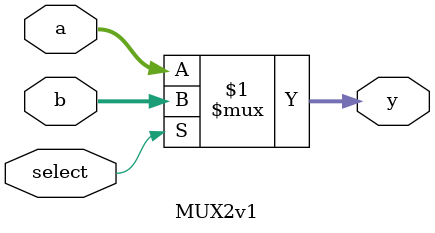
<source format=v>
module MUX2v1(
    input [31:0] a,
    input [31:0] b,
    input select,
    output [31:0] y
);

assign y = (select) ? b : a; 
endmodule
</source>
